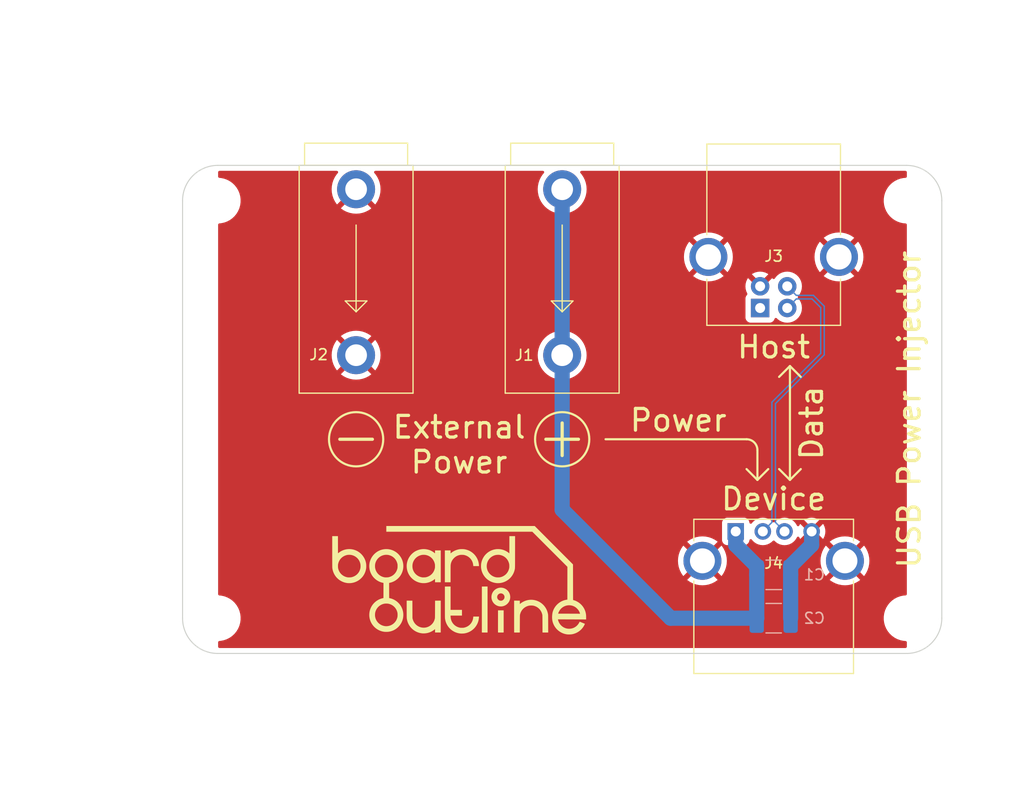
<source format=kicad_pcb>
(kicad_pcb (version 20211014) (generator pcbnew)
  (layers (0 "F.Cu" signal) (31 "B.Cu" signal) (34 "B.Paste" user) (35 "F.Paste" user) (36 "B.SilkS" user "B.Silkscreen") (37 "F.SilkS" user "F.Silkscreen") (38 "B.Mask" user) (39 "F.Mask" user) (44 "Edge.Cuts" user))
  (net 0 "")
  (net 1 "/USB_POWER")
  (net 2 "GND")
  (net 4 "/D_P")
  (net 5 "/D_N")
  (footprint "LOGO" (layer "F.Cu") (at 140.65132 123.7175)
    (fp_text reference "G***" hide)
    (fp_text value "LOGO" hide)
  )
  (footprint "USB_Power_Injector:USB_A_CONNFLY_DS1095-WNR0" (layer "F.Cu") (at 166.15132 119.2175)
    (fp_text reference "J4" (at 3.5 2.9275) (layer "F.SilkS"))
    (fp_text value "USB_A")
    (pad "1" thru_hole rect (at 0 0) (size 1.524 1.524) (drill 0.92) (layers *.Cu *.Mask) (net 1 "/USB_POWER"))
    (pad "2" thru_hole circle (at 2.5 0) (size 1.524 1.524) (drill 0.92) (layers *.Cu *.Mask) (net 5 "/D_N"))
    (pad "3" thru_hole circle (at 4.5 0) (size 1.524 1.524) (drill 0.92) (layers *.Cu *.Mask) (net 4 "/D_P"))
    (pad "4" thru_hole circle (at 7 0) (size 1.524 1.524) (drill 0.92) (layers *.Cu *.Mask) (net 2 "GND"))
    (pad "5" thru_hole circle (at 10.07 2.71) (size 3.5 3.5) (drill 2.3) (layers *.Cu *.Mask) (net 2 "GND"))
    (pad "5" thru_hole circle (at -3.07 2.71) (size 3.5 3.5) (drill 2.3) (layers *.Cu *.Mask) (net 2 "GND"))
  )
  (footprint "MountingHole:MountingHole_3.2mm_M3_ISO7380" (layer "F.Cu") (at 118.40132 127.2175)
    (fp_text reference "H3" hide)
    (fp_text value "MountingHole M3")
    (pad "" np_thru_hole circle locked (at 0 0) (size 3.2 3.2) (drill 3.2) (layers *.Cu *.Mask))
  )
  (footprint "MountingHole:MountingHole_3.2mm_M3_ISO7380" (layer "F.Cu") (at 181.90132 127.2175)
    (fp_text reference "H1" hide)
    (fp_text value "MountingHole M3")
    (pad "" np_thru_hole circle locked (at 0 0) (size 3.2 3.2) (drill 3.2) (layers *.Cu *.Mask))
  )
  (footprint "USB_Power_Injector:4mm_Banana_Jack_Black_Deltron_571-0100" (layer "F.Cu") (at 131.15132 102.9675 90)
    (fp_text reference "J2" (at 0.05 -3.45 unlocked) (layer "F.SilkS"))
    (fp_text value "Black Banana Jack" hide)
    (pad "1" thru_hole circle (at 0 0 90) (size 3.5 3.5) (drill 2) (layers *.Cu *.Mask) (net 2 "GND"))
    (pad "1" thru_hole circle (at 15.3 0 90) (size 3.5 3.5) (drill 2) (layers *.Cu *.Mask) (net 2 "GND"))
  )
  (footprint "MountingHole:MountingHole_3.2mm_M3_ISO7380" (layer "F.Cu") (at 181.90132 88.7175)
    (fp_text reference "H2" hide)
    (fp_text value "MountingHole M3")
    (pad "" np_thru_hole circle locked (at 0 0) (size 3.2 3.2) (drill 3.2) (layers *.Cu *.Mask))
  )
  (footprint "MountingHole:MountingHole_3.2mm_M3_ISO7380" (layer "F.Cu") (at 118.40132 88.7175)
    (fp_text reference "H4" hide)
    (fp_text value "MountingHole M3")
    (pad "" np_thru_hole circle locked (at 0 0) (size 3.2 3.2) (drill 3.2) (layers *.Cu *.Mask))
  )
  (footprint "USB_Power_Injector:USB_B_OST_USB-B1HSxx_Horizontal" (layer "F.Cu") (at 168.40132 98.6175 90)
    (fp_text reference "J3" (at 4.7775 1.25) (layer "F.SilkS"))
    (fp_text value "USB_B")
    (pad "1" thru_hole rect (at 0 0 90) (size 1.7 1.7) (drill 0.92) (layers *.Cu *.Mask))
    (pad "2" thru_hole circle (at 0 2.5 90) (size 1.7 1.7) (drill 0.92) (layers *.Cu *.Mask) (net 5 "/D_N"))
    (pad "3" thru_hole circle (at 2 2.5 90) (size 1.7 1.7) (drill 0.92) (layers *.Cu *.Mask) (net 4 "/D_P"))
    (pad "4" thru_hole circle (at 2 0 90) (size 1.7 1.7) (drill 0.92) (layers *.Cu *.Mask) (net 2 "GND"))
    (pad "5" thru_hole circle (at 4.71 -4.77 90) (size 3.5 3.5) (drill 2.33) (layers *.Cu *.Mask) (net 2 "GND"))
    (pad "5" thru_hole circle (at 4.71 7.27 90) (size 3.5 3.5) (drill 2.33) (layers *.Cu *.Mask) (net 2 "GND"))
  )
  (footprint "USB_Power_Injector:4mm_Banana_Jack_Red_Deltron_571-0500" (layer "F.Cu") (at 150.15132 102.9675 90)
    (fp_text reference "J1" (at 0 -3.5 unlocked) (layer "F.SilkS"))
    (fp_text value "Red Banana Jack" hide)
    (pad "1" thru_hole circle (at 0 0 90) (size 3.5 3.5) (drill 2) (layers *.Cu *.Mask) (net 1 "/USB_POWER"))
    (pad "1" thru_hole circle (at 15.3 0 90) (size 3.5 3.5) (drill 2) (layers *.Cu *.Mask) (net 1 "/USB_POWER"))
  )
  (footprint "Capacitor_SMD:C_1210_3225Metric_Pad1.33x2.70mm_HandSolder" (layer "B.Cu") (at 169.65132 127.2175)
    (fp_text reference "C2" (at 3.75 0) (layer "B.SilkS") (effects (justify mirror)))
    (fp_text value "N.F.")
    (pad "1" smd roundrect (at -1.5625 0) (size 1.325 2.7) (layers "B.Cu" "B.Paste" "B.Mask") (roundrect_rratio 0.1886792453) (net 1 "/USB_POWER"))
    (pad "2" smd roundrect (at 1.5625 0) (size 1.325 2.7) (layers "B.Cu" "B.Paste" "B.Mask") (roundrect_rratio 0.1886792453) (net 2 "GND"))
  )
  (footprint "Capacitor_SMD:C_1210_3225Metric_Pad1.33x2.70mm_HandSolder" (layer "B.Cu") (at 169.65132 123.2175)
    (fp_text reference "C1" (at 3.75 0) (layer "B.SilkS") (effects (justify mirror)))
    (fp_text value "N.F.")
    (pad "1" smd roundrect (at -1.5625 0) (size 1.325 2.7) (layers "B.Cu" "B.Paste" "B.Mask") (roundrect_rratio 0.1886792453) (net 1 "/USB_POWER"))
    (pad "2" smd roundrect (at 1.5625 0) (size 1.325 2.7) (layers "B.Cu" "B.Paste" "B.Mask") (roundrect_rratio 0.1886792453) (net 2 "GND"))
  )
  (gr_line (start 170.15132 104.9675) (end 171.15132 103.9675) (layer "F.SilkS") (width 0.2))
  (gr_line (start 168.15132 111.7175) (end 168.15132 114.4675) (layer "F.SilkS") (width 0.2))
  (gr_line (start 171.15132 103.9675) (end 171.15132 114.4675) (layer "F.SilkS") (width 0.2))
  (gr_line (start 169.15132 113.4675) (end 168.15132 114.4675) (layer "F.SilkS") (width 0.2))
  (gr_circle (center 131.15132 110.7175) (end 133.65132 110.7175) (layer "F.SilkS") (width 0.2) (fill none))
  (gr_line (start 154.15132 110.7175) (end 167.15132 110.7175) (layer "F.SilkS") (width 0.2))
  (gr_circle (center 150.15132 110.7175) (end 152.65132 110.7175) (layer "F.SilkS") (width 0.2) (fill none))
  (gr_line (start 129.65132 110.7175) (end 132.65132 110.7175) (layer "F.SilkS") (width 0.3))
  (gr_line (start 168.15132 114.4675) (end 167.15132 113.4675) (layer "F.SilkS") (width 0.2))
  (gr_arc (start 167.15132 110.7175) (mid 167.858427 111.010393) (end 168.15132 111.7175) (layer "F.SilkS") (width 0.2))
  (gr_line (start 172.15132 113.4675) (end 171.15132 114.4675) (layer "F.SilkS") (width 0.2))
  (gr_line (start 171.15132 114.4675) (end 170.15132 113.4675) (layer "F.SilkS") (width 0.2))
  (gr_line (start 171.15132 103.9675) (end 172.15132 104.9675) (layer "F.SilkS") (width 0.2))
  (gr_line (start 148.65132 110.7175) (end 151.65132 110.7175) (layer "F.SilkS") (width 0.3))
  (gr_line (start 150.15132 112.2175) (end 150.15132 109.2175) (layer "F.SilkS") (width 0.3))
  (gr_line (start 185.15132 127.2175) (end 185.15132 88.7175) (layer "Edge.Cuts") (width 0.1))
  (gr_arc (start 115.15132 88.7175) (mid 116.103223 86.419403) (end 118.40132 85.4675) (layer "Edge.Cuts") (width 0.1))
  (gr_arc (start 118.40132 130.4675) (mid 116.103223 129.515597) (end 115.15132 127.2175) (layer "Edge.Cuts") (width 0.1))
  (gr_arc (start 185.15132 127.2175) (mid 184.199417 129.515597) (end 181.90132 130.4675) (layer "Edge.Cuts") (width 0.1))
  (gr_line (start 115.15132 88.7175) (end 115.15132 127.2175) (layer "Edge.Cuts") (width 0.1))
  (gr_line (start 118.40132 130.4675) (end 181.90132 130.4675) (layer "Edge.Cuts") (width 0.1))
  (gr_arc (start 181.90132 85.4675) (mid 184.199417 86.419403) (end 185.15132 88.7175) (layer "Edge.Cuts") (width 0.1))
  (gr_line (start 181.90132 85.4675) (end 118.40132 85.4675) (layer "Edge.Cuts") (width 0.1))
  (gr_text "Power" (at 160.86132 108.9675) (layer "F.SilkS") (effects (font (size 2 2) (thickness 0.3))))
  (gr_text "Data\n" (at 173.15132 109.2175 90) (layer "F.SilkS") (effects (font (size 2 2) (thickness 0.3))))
  (gr_text "Host" (at 169.65132 102.2175) (layer "F.SilkS") (effects (font (size 2 2) (thickness 0.3))))
  (gr_text "External\nPower\n" (at 140.65132 111.2175) (layer "F.SilkS") (effects (font (size 2 2) (thickness 0.3))))
  (gr_text "USB Power Injector" (at 182.15132 107.9675 90) (layer "F.SilkS") (effects (font (size 2 2) (thickness 0.3))))
  (gr_text "Device" (at 169.65132 116.2175) (layer "F.SilkS") (effects (font (size 2 2) (thickness 0.3))))
  (segment (start 166.15132 120.4675) (end 166.15132 119.2175) (width 1.4) (layer "B.Cu") (net 1))
  (segment (start 150.15132 102.9675) (end 150.15132 117.2175) (width 1.4) (layer "B.Cu") (net 1))
  (segment (start 160.15132 127.2175) (end 158.40132 125.4675) (width 1.4) (layer "B.Cu") (net 1))
  (segment (start 168.08882 123.2175) (end 168.08882 122.405) (width 1.4) (layer "B.Cu") (net 1))
  (segment (start 168.08882 122.405) (end 166.15132 120.4675) (width 1.4) (layer "B.Cu") (net 1))
  (segment (start 150.15132 117.2175) (end 158.40132 125.4675) (width 1.4) (layer "B.Cu") (net 1))
  (segment (start 150.15132 102.9675) (end 150.15132 87.6675) (width 1.4) (layer "B.Cu") (net 1))
  (segment (start 168.08882 127.2175) (end 160.15132 127.2175) (width 1.4) (layer "B.Cu") (net 1))
  (segment (start 168.08882 127.2175) (end 168.08882 123.2175) (width 1.4) (layer "B.Cu") (net 1))
  (segment (start 173.15132 120.4675) (end 171.21382 122.405) (width 1.4) (layer "B.Cu") (net 2))
  (segment (start 171.21382 122.405) (end 171.21382 123.2175) (width 1.4) (layer "B.Cu") (net 2))
  (segment (start 171.21382 123.2175) (end 171.21382 127.2175) (width 1.4) (layer "B.Cu") (net 2))
  (segment (start 173.15132 119.2175) (end 173.15132 120.4675) (width 1.4) (layer "B.Cu") (net 2))
  (segment (start 174.31482 98.449776) (end 174.31482 102.935224) (width 0.127) (layer "B.Cu") (net 4))
  (segment (start 174.31482 102.935224) (end 169.81482 107.435224) (width 0.127) (layer "B.Cu") (net 4))
  (segment (start 171.73782 97.454) (end 173.319044 97.454) (width 0.127) (layer "B.Cu") (net 4))
  (segment (start 173.319044 97.454) (end 174.31482 98.449776) (width 0.127) (layer "B.Cu") (net 4))
  (segment (start 170.90132 96.6175) (end 171.73782 97.454) (width 0.127) (layer "B.Cu") (net 4))
  (segment (start 169.81482 118.381) (end 170.65132 119.2175) (width 0.127) (layer "B.Cu") (net 4))
  (segment (start 169.81482 107.435224) (end 169.81482 118.381) (width 0.127) (layer "B.Cu") (net 4))
  (segment (start 173.183596 97.781) (end 173.98782 98.585224) (width 0.127) (layer "B.Cu") (net 5))
  (segment (start 173.98782 98.585224) (end 173.98782 102.799776) (width 0.127) (layer "B.Cu") (net 5))
  (segment (start 173.98782 102.799776) (end 169.48782 107.299776) (width 0.127) (layer "B.Cu") (net 5))
  (segment (start 170.90132 98.6175) (end 171.73782 97.781) (width 0.127) (layer "B.Cu") (net 5))
  (segment (start 169.48782 118.381) (end 168.65132 119.2175) (width 0.127) (layer "B.Cu") (net 5))
  (segment (start 171.73782 97.781) (end 173.183596 97.781) (width 0.127) (layer "B.Cu") (net 5))
  (segment (start 169.48782 107.299776) (end 169.48782 118.381) (width 0.127) (layer "B.Cu") (net 5))
  (zone (net 2) (net_name "GND") (layer "F.Cu") (connect_pads (clearance 0.5)) (min_thickness 0.254) (fill yes (thermal_gap 0.5) (thermal_bridge_width 0.5))
    (polygon (pts (xy 181.93 129.9675) (xy 118.43 129.9675) (xy 118.43 85.9675) (xy 181.93 85.9675)))
  )
)
</source>
